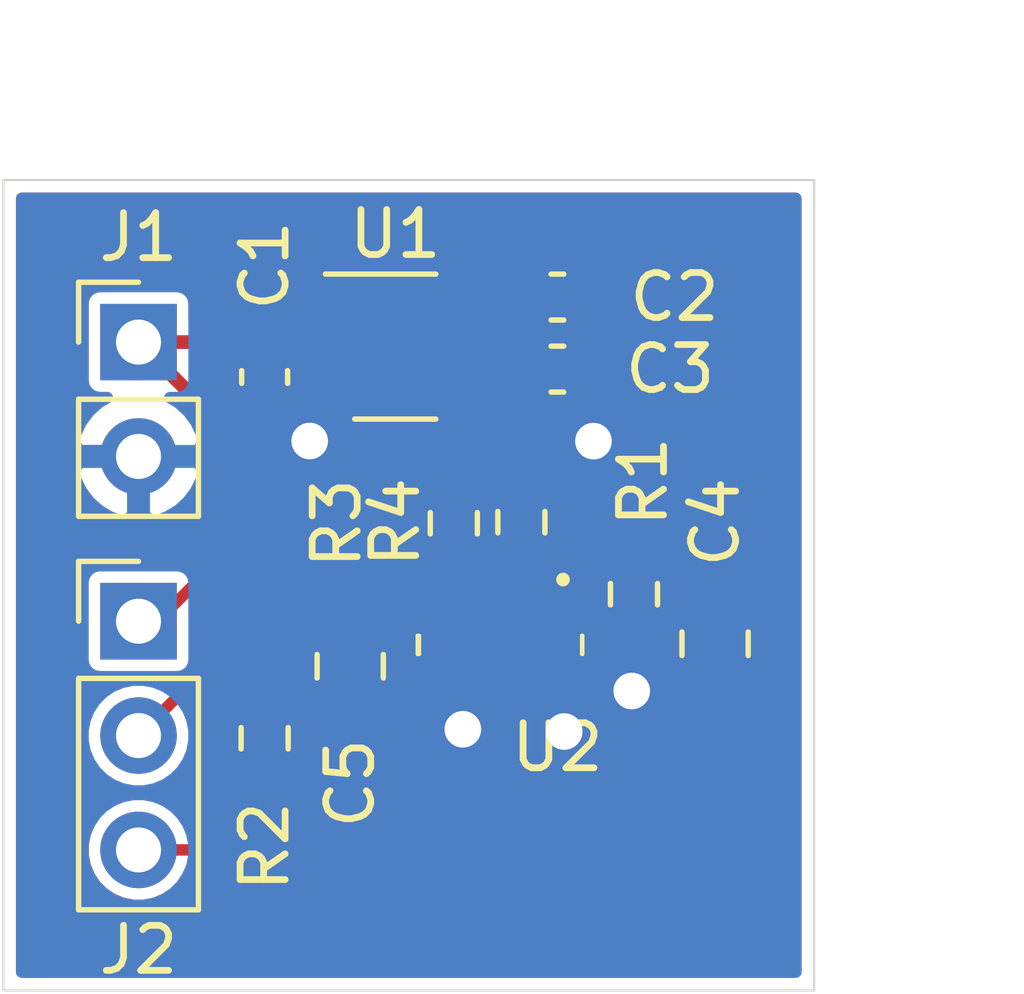
<source format=kicad_pcb>
(kicad_pcb (version 20171130) (host pcbnew 5.1.10)

  (general
    (thickness 1.6)
    (drawings 6)
    (tracks 79)
    (zones 0)
    (modules 13)
    (nets 10)
  )

  (page A4)
  (layers
    (0 F.Cu signal)
    (31 B.Cu signal)
    (32 B.Adhes user)
    (33 F.Adhes user)
    (34 B.Paste user)
    (35 F.Paste user)
    (36 B.SilkS user)
    (37 F.SilkS user)
    (38 B.Mask user)
    (39 F.Mask user)
    (40 Dwgs.User user)
    (41 Cmts.User user)
    (42 Eco1.User user)
    (43 Eco2.User user)
    (44 Edge.Cuts user)
    (45 Margin user)
    (46 B.CrtYd user)
    (47 F.CrtYd user)
    (48 B.Fab user)
    (49 F.Fab user)
  )

  (setup
    (last_trace_width 0.254)
    (user_trace_width 0.254)
    (user_trace_width 0.3048)
    (user_trace_width 0.508)
    (trace_clearance 0.254)
    (zone_clearance 0.254)
    (zone_45_only yes)
    (trace_min 0.2)
    (via_size 1.143)
    (via_drill 0.8128)
    (via_min_size 0.4)
    (via_min_drill 0.3)
    (uvia_size 0.3)
    (uvia_drill 0.1)
    (uvias_allowed no)
    (uvia_min_size 0.2)
    (uvia_min_drill 0.1)
    (edge_width 0.05)
    (segment_width 0.2)
    (pcb_text_width 0.3)
    (pcb_text_size 1.5 1.5)
    (mod_edge_width 0.12)
    (mod_text_size 1 1)
    (mod_text_width 0.15)
    (pad_size 1.524 1.524)
    (pad_drill 0.762)
    (pad_to_mask_clearance 0)
    (aux_axis_origin 0 0)
    (visible_elements FFFFF77F)
    (pcbplotparams
      (layerselection 0x010fc_ffffffff)
      (usegerberextensions false)
      (usegerberattributes true)
      (usegerberadvancedattributes true)
      (creategerberjobfile true)
      (excludeedgelayer true)
      (linewidth 0.100000)
      (plotframeref false)
      (viasonmask false)
      (mode 1)
      (useauxorigin false)
      (hpglpennumber 1)
      (hpglpenspeed 20)
      (hpglpendiameter 15.000000)
      (psnegative false)
      (psa4output false)
      (plotreference true)
      (plotvalue true)
      (plotinvisibletext false)
      (padsonsilk false)
      (subtractmaskfromsilk false)
      (outputformat 1)
      (mirror false)
      (drillshape 1)
      (scaleselection 1)
      (outputdirectory ""))
  )

  (net 0 "")
  (net 1 GND)
  (net 2 +3V3)
  (net 3 +1V8)
  (net 4 "Net-(C3-Pad1)")
  (net 5 "Net-(J2-Pad3)")
  (net 6 "Net-(J2-Pad2)")
  (net 7 "Net-(J2-Pad1)")
  (net 8 "Net-(R1-Pad2)")
  (net 9 "Net-(U2-Pad5)")

  (net_class Default "This is the default net class."
    (clearance 0.254)
    (trace_width 0.254)
    (via_dia 1.143)
    (via_drill 0.8128)
    (uvia_dia 0.3)
    (uvia_drill 0.1)
    (add_net +1V8)
    (add_net +3V3)
    (add_net GND)
    (add_net "Net-(C3-Pad1)")
    (add_net "Net-(J2-Pad1)")
    (add_net "Net-(J2-Pad2)")
    (add_net "Net-(J2-Pad3)")
    (add_net "Net-(R1-Pad2)")
    (add_net "Net-(U2-Pad5)")
  )

  (net_class Power ""
    (clearance 0.3048)
    (trace_width 0.3048)
    (via_dia 0.8)
    (via_drill 0.4)
    (uvia_dia 0.3)
    (uvia_drill 0.1)
  )

  (module lib:TMD37253M (layer F.Cu) (tedit 613E68E5) (tstamp 613EC3E9)
    (at 164.025 92.325 270)
    (descr TMD37253M-2)
    (tags "Integrated Circuit")
    (path /613ECFB2)
    (clearance 0.25)
    (attr smd)
    (fp_text reference U2 (at 2.275 -1.275 180) (layer F.SilkS)
      (effects (font (size 1 1) (thickness 0.15)))
    )
    (fp_text value TMD37253M (at -0.25 0 90) (layer F.SilkS) hide
      (effects (font (size 1.27 1.27) (thickness 0.254)))
    )
    (fp_arc (start -1.45 -1.4) (end -1.5 -1.4) (angle -180) (layer F.SilkS) (width 0.2))
    (fp_arc (start -1.45 -1.4) (end -1.4 -1.4) (angle -180) (layer F.SilkS) (width 0.2))
    (fp_arc (start -1.45 -1.4) (end -1.5 -1.4) (angle -180) (layer F.SilkS) (width 0.2))
    (fp_text user %R (at -0.25 0 90) (layer F.Fab)
      (effects (font (size 1.27 1.27) (thickness 0.254)))
    )
    (fp_line (start -1 1.825) (end 1 1.825) (layer F.Fab) (width 0.2))
    (fp_line (start 1 1.825) (end 1 -1.825) (layer F.Fab) (width 0.2))
    (fp_line (start 1 -1.825) (end -1 -1.825) (layer F.Fab) (width 0.2))
    (fp_line (start -1 -1.825) (end -1 1.825) (layer F.Fab) (width 0.2))
    (fp_line (start -0.2 -1.825) (end 0.2 -1.825) (layer F.SilkS) (width 0.1))
    (fp_line (start 0.2 -1.825) (end 0.2 -1.825) (layer F.SilkS) (width 0.1))
    (fp_line (start 0.2 -1.825) (end -0.2 -1.825) (layer F.SilkS) (width 0.1))
    (fp_line (start -0.2 -1.825) (end -0.2 -1.825) (layer F.SilkS) (width 0.1))
    (fp_line (start -0.2 1.825) (end 0.2 1.825) (layer F.SilkS) (width 0.1))
    (fp_line (start 0.2 1.825) (end 0.2 1.8) (layer F.SilkS) (width 0.1))
    (fp_line (start 0.2 1.8) (end -0.2 1.8) (layer F.SilkS) (width 0.1))
    (fp_line (start -0.2 1.8) (end -0.2 1.825) (layer F.SilkS) (width 0.1))
    (fp_line (start -1.2 -2.1) (end 1.3 -2.1) (layer F.CrtYd) (width 0.1))
    (fp_line (start 1.3 -2.1) (end 1.3 2.1) (layer F.CrtYd) (width 0.1))
    (fp_line (start 1.3 2.1) (end -1.2 2.1) (layer F.CrtYd) (width 0.1))
    (fp_line (start -1.2 2.1) (end -1.2 -2.1) (layer F.CrtYd) (width 0.1))
    (fp_line (start -1.5 -1.4) (end -1.5 -1.4) (layer F.SilkS) (width 0.2))
    (fp_line (start -1.4 -1.4) (end -1.4 -1.4) (layer F.SilkS) (width 0.2))
    (fp_line (start -1.5 -1.4) (end -1.5 -1.4) (layer F.SilkS) (width 0.2))
    (pad 8 smd rect (at 0.675 -1.425 270) (size 0.5 0.65) (layers F.Cu F.Paste F.Mask)
      (net 1 GND))
    (pad 7 smd rect (at 0.675 -0.475 270) (size 0.5 0.65) (layers F.Cu F.Paste F.Mask)
      (net 5 "Net-(J2-Pad3)"))
    (pad 6 smd rect (at 0.675 0.475 270) (size 0.5 0.65) (layers F.Cu F.Paste F.Mask)
      (net 1 GND))
    (pad 5 smd rect (at 0.675 1.425 270) (size 0.5 0.65) (layers F.Cu F.Paste F.Mask)
      (net 9 "Net-(U2-Pad5)"))
    (pad 4 smd rect (at -0.675 1.425 270) (size 0.5 0.65) (layers F.Cu F.Paste F.Mask)
      (net 2 +3V3))
    (pad 3 smd rect (at -0.675 0.475 270) (size 0.5 0.65) (layers F.Cu F.Paste F.Mask)
      (net 6 "Net-(J2-Pad2)"))
    (pad 2 smd rect (at -0.675 -0.475 270) (size 0.5 0.65) (layers F.Cu F.Paste F.Mask)
      (net 7 "Net-(J2-Pad1)"))
    (pad 1 smd rect (at -0.675 -1.425 270) (size 0.5 0.65) (layers F.Cu F.Paste F.Mask)
      (net 8 "Net-(R1-Pad2)"))
    (model TMD37253M.stp
      (at (xyz 0 0 0))
      (scale (xyz 1 1 1))
      (rotate (xyz 0 0 0))
    )
  )

  (module Package_TO_SOT_SMD:SOT-23-5 (layer F.Cu) (tedit 5A02FF57) (tstamp 613EC46F)
    (at 161.7 85.7)
    (descr "5-pin SOT23 package")
    (tags SOT-23-5)
    (path /613EC64D)
    (attr smd)
    (fp_text reference U1 (at 0 -2.5) (layer F.SilkS)
      (effects (font (size 1 1) (thickness 0.15)))
    )
    (fp_text value LDK120M18R (at 0 2.9) (layer F.Fab)
      (effects (font (size 1 1) (thickness 0.15)))
    )
    (fp_text user %R (at 0 0 90) (layer F.Fab)
      (effects (font (size 0.5 0.5) (thickness 0.075)))
    )
    (fp_line (start -0.9 1.61) (end 0.9 1.61) (layer F.SilkS) (width 0.12))
    (fp_line (start 0.9 -1.61) (end -1.55 -1.61) (layer F.SilkS) (width 0.12))
    (fp_line (start -1.9 -1.8) (end 1.9 -1.8) (layer F.CrtYd) (width 0.05))
    (fp_line (start 1.9 -1.8) (end 1.9 1.8) (layer F.CrtYd) (width 0.05))
    (fp_line (start 1.9 1.8) (end -1.9 1.8) (layer F.CrtYd) (width 0.05))
    (fp_line (start -1.9 1.8) (end -1.9 -1.8) (layer F.CrtYd) (width 0.05))
    (fp_line (start -0.9 -0.9) (end -0.25 -1.55) (layer F.Fab) (width 0.1))
    (fp_line (start 0.9 -1.55) (end -0.25 -1.55) (layer F.Fab) (width 0.1))
    (fp_line (start -0.9 -0.9) (end -0.9 1.55) (layer F.Fab) (width 0.1))
    (fp_line (start 0.9 1.55) (end -0.9 1.55) (layer F.Fab) (width 0.1))
    (fp_line (start 0.9 -1.55) (end 0.9 1.55) (layer F.Fab) (width 0.1))
    (pad 5 smd rect (at 1.1 -0.95) (size 1.06 0.65) (layers F.Cu F.Paste F.Mask)
      (net 3 +1V8))
    (pad 4 smd rect (at 1.1 0.95) (size 1.06 0.65) (layers F.Cu F.Paste F.Mask)
      (net 4 "Net-(C3-Pad1)"))
    (pad 3 smd rect (at -1.1 0.95) (size 1.06 0.65) (layers F.Cu F.Paste F.Mask)
      (net 2 +3V3))
    (pad 2 smd rect (at -1.1 0) (size 1.06 0.65) (layers F.Cu F.Paste F.Mask)
      (net 1 GND))
    (pad 1 smd rect (at -1.1 -0.95) (size 1.06 0.65) (layers F.Cu F.Paste F.Mask)
      (net 2 +3V3))
    (model ${KISYS3DMOD}/Package_TO_SOT_SMD.3dshapes/SOT-23-5.wrl
      (at (xyz 0 0 0))
      (scale (xyz 1 1 1))
      (rotate (xyz 0 0 0))
    )
  )

  (module Resistor_SMD:R_0603_1608Metric (layer F.Cu) (tedit 5F68FEEE) (tstamp 613EC45A)
    (at 164.5 89.6 270)
    (descr "Resistor SMD 0603 (1608 Metric), square (rectangular) end terminal, IPC_7351 nominal, (Body size source: IPC-SM-782 page 72, https://www.pcb-3d.com/wordpress/wp-content/uploads/ipc-sm-782a_amendment_1_and_2.pdf), generated with kicad-footprint-generator")
    (tags resistor)
    (path /6140498B)
    (attr smd)
    (fp_text reference R4 (at 0 2.8 90) (layer F.SilkS)
      (effects (font (size 1 1) (thickness 0.15)))
    )
    (fp_text value 4.7u (at 0 1.43 90) (layer F.Fab)
      (effects (font (size 1 1) (thickness 0.15)))
    )
    (fp_text user %R (at 0 0 90) (layer F.Fab)
      (effects (font (size 0.4 0.4) (thickness 0.06)))
    )
    (fp_line (start -0.8 0.4125) (end -0.8 -0.4125) (layer F.Fab) (width 0.1))
    (fp_line (start -0.8 -0.4125) (end 0.8 -0.4125) (layer F.Fab) (width 0.1))
    (fp_line (start 0.8 -0.4125) (end 0.8 0.4125) (layer F.Fab) (width 0.1))
    (fp_line (start 0.8 0.4125) (end -0.8 0.4125) (layer F.Fab) (width 0.1))
    (fp_line (start -0.237258 -0.5225) (end 0.237258 -0.5225) (layer F.SilkS) (width 0.12))
    (fp_line (start -0.237258 0.5225) (end 0.237258 0.5225) (layer F.SilkS) (width 0.12))
    (fp_line (start -1.48 0.73) (end -1.48 -0.73) (layer F.CrtYd) (width 0.05))
    (fp_line (start -1.48 -0.73) (end 1.48 -0.73) (layer F.CrtYd) (width 0.05))
    (fp_line (start 1.48 -0.73) (end 1.48 0.73) (layer F.CrtYd) (width 0.05))
    (fp_line (start 1.48 0.73) (end -1.48 0.73) (layer F.CrtYd) (width 0.05))
    (pad 2 smd roundrect (at 0.825 0 270) (size 0.8 0.95) (layers F.Cu F.Paste F.Mask) (roundrect_rratio 0.25)
      (net 7 "Net-(J2-Pad1)"))
    (pad 1 smd roundrect (at -0.825 0 270) (size 0.8 0.95) (layers F.Cu F.Paste F.Mask) (roundrect_rratio 0.25)
      (net 2 +3V3))
    (model ${KISYS3DMOD}/Resistor_SMD.3dshapes/R_0603_1608Metric.wrl
      (at (xyz 0 0 0))
      (scale (xyz 1 1 1))
      (rotate (xyz 0 0 0))
    )
  )

  (module Resistor_SMD:R_0603_1608Metric (layer F.Cu) (tedit 5F68FEEE) (tstamp 613EC449)
    (at 163 89.625 270)
    (descr "Resistor SMD 0603 (1608 Metric), square (rectangular) end terminal, IPC_7351 nominal, (Body size source: IPC-SM-782 page 72, https://www.pcb-3d.com/wordpress/wp-content/uploads/ipc-sm-782a_amendment_1_and_2.pdf), generated with kicad-footprint-generator")
    (tags resistor)
    (path /614054F0)
    (attr smd)
    (fp_text reference R3 (at 0 2.6 90) (layer F.SilkS)
      (effects (font (size 1 1) (thickness 0.15)))
    )
    (fp_text value 4.7u (at 0 1.43 90) (layer F.Fab)
      (effects (font (size 1 1) (thickness 0.15)))
    )
    (fp_text user %R (at 0 0 90) (layer F.Fab)
      (effects (font (size 0.4 0.4) (thickness 0.06)))
    )
    (fp_line (start -0.8 0.4125) (end -0.8 -0.4125) (layer F.Fab) (width 0.1))
    (fp_line (start -0.8 -0.4125) (end 0.8 -0.4125) (layer F.Fab) (width 0.1))
    (fp_line (start 0.8 -0.4125) (end 0.8 0.4125) (layer F.Fab) (width 0.1))
    (fp_line (start 0.8 0.4125) (end -0.8 0.4125) (layer F.Fab) (width 0.1))
    (fp_line (start -0.237258 -0.5225) (end 0.237258 -0.5225) (layer F.SilkS) (width 0.12))
    (fp_line (start -0.237258 0.5225) (end 0.237258 0.5225) (layer F.SilkS) (width 0.12))
    (fp_line (start -1.48 0.73) (end -1.48 -0.73) (layer F.CrtYd) (width 0.05))
    (fp_line (start -1.48 -0.73) (end 1.48 -0.73) (layer F.CrtYd) (width 0.05))
    (fp_line (start 1.48 -0.73) (end 1.48 0.73) (layer F.CrtYd) (width 0.05))
    (fp_line (start 1.48 0.73) (end -1.48 0.73) (layer F.CrtYd) (width 0.05))
    (pad 2 smd roundrect (at 0.825 0 270) (size 0.8 0.95) (layers F.Cu F.Paste F.Mask) (roundrect_rratio 0.25)
      (net 6 "Net-(J2-Pad2)"))
    (pad 1 smd roundrect (at -0.825 0 270) (size 0.8 0.95) (layers F.Cu F.Paste F.Mask) (roundrect_rratio 0.25)
      (net 2 +3V3))
    (model ${KISYS3DMOD}/Resistor_SMD.3dshapes/R_0603_1608Metric.wrl
      (at (xyz 0 0 0))
      (scale (xyz 1 1 1))
      (rotate (xyz 0 0 0))
    )
  )

  (module Resistor_SMD:R_0603_1608Metric (layer F.Cu) (tedit 5F68FEEE) (tstamp 613EC438)
    (at 158.8 94.4 270)
    (descr "Resistor SMD 0603 (1608 Metric), square (rectangular) end terminal, IPC_7351 nominal, (Body size source: IPC-SM-782 page 72, https://www.pcb-3d.com/wordpress/wp-content/uploads/ipc-sm-782a_amendment_1_and_2.pdf), generated with kicad-footprint-generator")
    (tags resistor)
    (path /614058CD)
    (attr smd)
    (fp_text reference R2 (at 2.4 0 90) (layer F.SilkS)
      (effects (font (size 1 1) (thickness 0.15)))
    )
    (fp_text value 4.7u (at 0 1.43 90) (layer F.Fab)
      (effects (font (size 1 1) (thickness 0.15)))
    )
    (fp_text user %R (at 0 0 90) (layer F.Fab)
      (effects (font (size 0.4 0.4) (thickness 0.06)))
    )
    (fp_line (start -0.8 0.4125) (end -0.8 -0.4125) (layer F.Fab) (width 0.1))
    (fp_line (start -0.8 -0.4125) (end 0.8 -0.4125) (layer F.Fab) (width 0.1))
    (fp_line (start 0.8 -0.4125) (end 0.8 0.4125) (layer F.Fab) (width 0.1))
    (fp_line (start 0.8 0.4125) (end -0.8 0.4125) (layer F.Fab) (width 0.1))
    (fp_line (start -0.237258 -0.5225) (end 0.237258 -0.5225) (layer F.SilkS) (width 0.12))
    (fp_line (start -0.237258 0.5225) (end 0.237258 0.5225) (layer F.SilkS) (width 0.12))
    (fp_line (start -1.48 0.73) (end -1.48 -0.73) (layer F.CrtYd) (width 0.05))
    (fp_line (start -1.48 -0.73) (end 1.48 -0.73) (layer F.CrtYd) (width 0.05))
    (fp_line (start 1.48 -0.73) (end 1.48 0.73) (layer F.CrtYd) (width 0.05))
    (fp_line (start 1.48 0.73) (end -1.48 0.73) (layer F.CrtYd) (width 0.05))
    (pad 2 smd roundrect (at 0.825 0 270) (size 0.8 0.95) (layers F.Cu F.Paste F.Mask) (roundrect_rratio 0.25)
      (net 5 "Net-(J2-Pad3)"))
    (pad 1 smd roundrect (at -0.825 0 270) (size 0.8 0.95) (layers F.Cu F.Paste F.Mask) (roundrect_rratio 0.25)
      (net 2 +3V3))
    (model ${KISYS3DMOD}/Resistor_SMD.3dshapes/R_0603_1608Metric.wrl
      (at (xyz 0 0 0))
      (scale (xyz 1 1 1))
      (rotate (xyz 0 0 0))
    )
  )

  (module Resistor_SMD:R_0603_1608Metric (layer F.Cu) (tedit 5F68FEEE) (tstamp 613EC427)
    (at 167 91.2 270)
    (descr "Resistor SMD 0603 (1608 Metric), square (rectangular) end terminal, IPC_7351 nominal, (Body size source: IPC-SM-782 page 72, https://www.pcb-3d.com/wordpress/wp-content/uploads/ipc-sm-782a_amendment_1_and_2.pdf), generated with kicad-footprint-generator")
    (tags resistor)
    (path /614024A2)
    (attr smd)
    (fp_text reference R1 (at -2.5 -0.2 90) (layer F.SilkS)
      (effects (font (size 1 1) (thickness 0.15)))
    )
    (fp_text value 4.7u (at 0 1.43 90) (layer F.Fab)
      (effects (font (size 1 1) (thickness 0.15)))
    )
    (fp_text user %R (at 0 0 90) (layer F.Fab)
      (effects (font (size 0.4 0.4) (thickness 0.06)))
    )
    (fp_line (start -0.8 0.4125) (end -0.8 -0.4125) (layer F.Fab) (width 0.1))
    (fp_line (start -0.8 -0.4125) (end 0.8 -0.4125) (layer F.Fab) (width 0.1))
    (fp_line (start 0.8 -0.4125) (end 0.8 0.4125) (layer F.Fab) (width 0.1))
    (fp_line (start 0.8 0.4125) (end -0.8 0.4125) (layer F.Fab) (width 0.1))
    (fp_line (start -0.237258 -0.5225) (end 0.237258 -0.5225) (layer F.SilkS) (width 0.12))
    (fp_line (start -0.237258 0.5225) (end 0.237258 0.5225) (layer F.SilkS) (width 0.12))
    (fp_line (start -1.48 0.73) (end -1.48 -0.73) (layer F.CrtYd) (width 0.05))
    (fp_line (start -1.48 -0.73) (end 1.48 -0.73) (layer F.CrtYd) (width 0.05))
    (fp_line (start 1.48 -0.73) (end 1.48 0.73) (layer F.CrtYd) (width 0.05))
    (fp_line (start 1.48 0.73) (end -1.48 0.73) (layer F.CrtYd) (width 0.05))
    (pad 2 smd roundrect (at 0.825 0 270) (size 0.8 0.95) (layers F.Cu F.Paste F.Mask) (roundrect_rratio 0.25)
      (net 8 "Net-(R1-Pad2)"))
    (pad 1 smd roundrect (at -0.825 0 270) (size 0.8 0.95) (layers F.Cu F.Paste F.Mask) (roundrect_rratio 0.25)
      (net 3 +1V8))
    (model ${KISYS3DMOD}/Resistor_SMD.3dshapes/R_0603_1608Metric.wrl
      (at (xyz 0 0 0))
      (scale (xyz 1 1 1))
      (rotate (xyz 0 0 0))
    )
  )

  (module Connector_PinHeader_2.54mm:PinHeader_1x03_P2.54mm_Vertical (layer F.Cu) (tedit 59FED5CC) (tstamp 613EC416)
    (at 156 91.8)
    (descr "Through hole straight pin header, 1x03, 2.54mm pitch, single row")
    (tags "Through hole pin header THT 1x03 2.54mm single row")
    (path /61408CDF)
    (fp_text reference J2 (at 0 7.3) (layer F.SilkS)
      (effects (font (size 1 1) (thickness 0.15)))
    )
    (fp_text value I2C (at 0 7.41) (layer F.Fab)
      (effects (font (size 1 1) (thickness 0.15)))
    )
    (fp_text user %R (at 0 2.54 90) (layer F.Fab)
      (effects (font (size 1 1) (thickness 0.15)))
    )
    (fp_line (start -0.635 -1.27) (end 1.27 -1.27) (layer F.Fab) (width 0.1))
    (fp_line (start 1.27 -1.27) (end 1.27 6.35) (layer F.Fab) (width 0.1))
    (fp_line (start 1.27 6.35) (end -1.27 6.35) (layer F.Fab) (width 0.1))
    (fp_line (start -1.27 6.35) (end -1.27 -0.635) (layer F.Fab) (width 0.1))
    (fp_line (start -1.27 -0.635) (end -0.635 -1.27) (layer F.Fab) (width 0.1))
    (fp_line (start -1.33 6.41) (end 1.33 6.41) (layer F.SilkS) (width 0.12))
    (fp_line (start -1.33 1.27) (end -1.33 6.41) (layer F.SilkS) (width 0.12))
    (fp_line (start 1.33 1.27) (end 1.33 6.41) (layer F.SilkS) (width 0.12))
    (fp_line (start -1.33 1.27) (end 1.33 1.27) (layer F.SilkS) (width 0.12))
    (fp_line (start -1.33 0) (end -1.33 -1.33) (layer F.SilkS) (width 0.12))
    (fp_line (start -1.33 -1.33) (end 0 -1.33) (layer F.SilkS) (width 0.12))
    (fp_line (start -1.8 -1.8) (end -1.8 6.85) (layer F.CrtYd) (width 0.05))
    (fp_line (start -1.8 6.85) (end 1.8 6.85) (layer F.CrtYd) (width 0.05))
    (fp_line (start 1.8 6.85) (end 1.8 -1.8) (layer F.CrtYd) (width 0.05))
    (fp_line (start 1.8 -1.8) (end -1.8 -1.8) (layer F.CrtYd) (width 0.05))
    (pad 3 thru_hole oval (at 0 5.08) (size 1.7 1.7) (drill 1) (layers *.Cu *.Mask)
      (net 5 "Net-(J2-Pad3)"))
    (pad 2 thru_hole oval (at 0 2.54) (size 1.7 1.7) (drill 1) (layers *.Cu *.Mask)
      (net 6 "Net-(J2-Pad2)"))
    (pad 1 thru_hole rect (at 0 0) (size 1.7 1.7) (drill 1) (layers *.Cu *.Mask)
      (net 7 "Net-(J2-Pad1)"))
    (model ${KISYS3DMOD}/Connector_PinHeader_2.54mm.3dshapes/PinHeader_1x03_P2.54mm_Vertical.wrl
      (at (xyz 0 0 0))
      (scale (xyz 1 1 1))
      (rotate (xyz 0 0 0))
    )
  )

  (module Connector_PinHeader_2.54mm:PinHeader_1x02_P2.54mm_Vertical (layer F.Cu) (tedit 59FED5CC) (tstamp 613EC3FF)
    (at 156 85.6)
    (descr "Through hole straight pin header, 1x02, 2.54mm pitch, single row")
    (tags "Through hole pin header THT 1x02 2.54mm single row")
    (path /6140F5B5)
    (fp_text reference J1 (at 0 -2.33) (layer F.SilkS)
      (effects (font (size 1 1) (thickness 0.15)))
    )
    (fp_text value PWR (at 0 4.87) (layer F.Fab)
      (effects (font (size 1 1) (thickness 0.15)))
    )
    (fp_text user %R (at 0 1.27 90) (layer F.Fab)
      (effects (font (size 1 1) (thickness 0.15)))
    )
    (fp_line (start -0.635 -1.27) (end 1.27 -1.27) (layer F.Fab) (width 0.1))
    (fp_line (start 1.27 -1.27) (end 1.27 3.81) (layer F.Fab) (width 0.1))
    (fp_line (start 1.27 3.81) (end -1.27 3.81) (layer F.Fab) (width 0.1))
    (fp_line (start -1.27 3.81) (end -1.27 -0.635) (layer F.Fab) (width 0.1))
    (fp_line (start -1.27 -0.635) (end -0.635 -1.27) (layer F.Fab) (width 0.1))
    (fp_line (start -1.33 3.87) (end 1.33 3.87) (layer F.SilkS) (width 0.12))
    (fp_line (start -1.33 1.27) (end -1.33 3.87) (layer F.SilkS) (width 0.12))
    (fp_line (start 1.33 1.27) (end 1.33 3.87) (layer F.SilkS) (width 0.12))
    (fp_line (start -1.33 1.27) (end 1.33 1.27) (layer F.SilkS) (width 0.12))
    (fp_line (start -1.33 0) (end -1.33 -1.33) (layer F.SilkS) (width 0.12))
    (fp_line (start -1.33 -1.33) (end 0 -1.33) (layer F.SilkS) (width 0.12))
    (fp_line (start -1.8 -1.8) (end -1.8 4.35) (layer F.CrtYd) (width 0.05))
    (fp_line (start -1.8 4.35) (end 1.8 4.35) (layer F.CrtYd) (width 0.05))
    (fp_line (start 1.8 4.35) (end 1.8 -1.8) (layer F.CrtYd) (width 0.05))
    (fp_line (start 1.8 -1.8) (end -1.8 -1.8) (layer F.CrtYd) (width 0.05))
    (pad 2 thru_hole oval (at 0 2.54) (size 1.7 1.7) (drill 1) (layers *.Cu *.Mask)
      (net 1 GND))
    (pad 1 thru_hole rect (at 0 0) (size 1.7 1.7) (drill 1) (layers *.Cu *.Mask)
      (net 2 +3V3))
    (model ${KISYS3DMOD}/Connector_PinHeader_2.54mm.3dshapes/PinHeader_1x02_P2.54mm_Vertical.wrl
      (at (xyz 0 0 0))
      (scale (xyz 1 1 1))
      (rotate (xyz 0 0 0))
    )
  )

  (module Capacitor_SMD:C_0805_2012Metric (layer F.Cu) (tedit 5F68FEEE) (tstamp 613EC3C6)
    (at 160.7 92.8 270)
    (descr "Capacitor SMD 0805 (2012 Metric), square (rectangular) end terminal, IPC_7351 nominal, (Body size source: IPC-SM-782 page 76, https://www.pcb-3d.com/wordpress/wp-content/uploads/ipc-sm-782a_amendment_1_and_2.pdf, https://docs.google.com/spreadsheets/d/1BsfQQcO9C6DZCsRaXUlFlo91Tg2WpOkGARC1WS5S8t0/edit?usp=sharing), generated with kicad-footprint-generator")
    (tags capacitor)
    (path /61401C04)
    (attr smd)
    (fp_text reference C5 (at 2.6 0 90) (layer F.SilkS)
      (effects (font (size 1 1) (thickness 0.15)))
    )
    (fp_text value 10u (at 0 1.68 90) (layer F.Fab)
      (effects (font (size 1 1) (thickness 0.15)))
    )
    (fp_text user %R (at 0 0 90) (layer F.Fab)
      (effects (font (size 0.5 0.5) (thickness 0.08)))
    )
    (fp_line (start -1 0.625) (end -1 -0.625) (layer F.Fab) (width 0.1))
    (fp_line (start -1 -0.625) (end 1 -0.625) (layer F.Fab) (width 0.1))
    (fp_line (start 1 -0.625) (end 1 0.625) (layer F.Fab) (width 0.1))
    (fp_line (start 1 0.625) (end -1 0.625) (layer F.Fab) (width 0.1))
    (fp_line (start -0.261252 -0.735) (end 0.261252 -0.735) (layer F.SilkS) (width 0.12))
    (fp_line (start -0.261252 0.735) (end 0.261252 0.735) (layer F.SilkS) (width 0.12))
    (fp_line (start -1.7 0.98) (end -1.7 -0.98) (layer F.CrtYd) (width 0.05))
    (fp_line (start -1.7 -0.98) (end 1.7 -0.98) (layer F.CrtYd) (width 0.05))
    (fp_line (start 1.7 -0.98) (end 1.7 0.98) (layer F.CrtYd) (width 0.05))
    (fp_line (start 1.7 0.98) (end -1.7 0.98) (layer F.CrtYd) (width 0.05))
    (pad 2 smd roundrect (at 0.95 0 270) (size 1 1.45) (layers F.Cu F.Paste F.Mask) (roundrect_rratio 0.25)
      (net 1 GND))
    (pad 1 smd roundrect (at -0.95 0 270) (size 1 1.45) (layers F.Cu F.Paste F.Mask) (roundrect_rratio 0.25)
      (net 2 +3V3))
    (model ${KISYS3DMOD}/Capacitor_SMD.3dshapes/C_0805_2012Metric.wrl
      (at (xyz 0 0 0))
      (scale (xyz 1 1 1))
      (rotate (xyz 0 0 0))
    )
  )

  (module Capacitor_SMD:C_0805_2012Metric (layer F.Cu) (tedit 5F68FEEE) (tstamp 613EC3B5)
    (at 168.8 92.3 270)
    (descr "Capacitor SMD 0805 (2012 Metric), square (rectangular) end terminal, IPC_7351 nominal, (Body size source: IPC-SM-782 page 76, https://www.pcb-3d.com/wordpress/wp-content/uploads/ipc-sm-782a_amendment_1_and_2.pdf, https://docs.google.com/spreadsheets/d/1BsfQQcO9C6DZCsRaXUlFlo91Tg2WpOkGARC1WS5S8t0/edit?usp=sharing), generated with kicad-footprint-generator")
    (tags capacitor)
    (path /613F2E06)
    (attr smd)
    (fp_text reference C4 (at -2.7 0 90) (layer F.SilkS)
      (effects (font (size 1 1) (thickness 0.15)))
    )
    (fp_text value 4.7u (at 0 1.68 90) (layer F.Fab)
      (effects (font (size 1 1) (thickness 0.15)))
    )
    (fp_text user %R (at 0 0 90) (layer F.Fab)
      (effects (font (size 0.5 0.5) (thickness 0.08)))
    )
    (fp_line (start -1 0.625) (end -1 -0.625) (layer F.Fab) (width 0.1))
    (fp_line (start -1 -0.625) (end 1 -0.625) (layer F.Fab) (width 0.1))
    (fp_line (start 1 -0.625) (end 1 0.625) (layer F.Fab) (width 0.1))
    (fp_line (start 1 0.625) (end -1 0.625) (layer F.Fab) (width 0.1))
    (fp_line (start -0.261252 -0.735) (end 0.261252 -0.735) (layer F.SilkS) (width 0.12))
    (fp_line (start -0.261252 0.735) (end 0.261252 0.735) (layer F.SilkS) (width 0.12))
    (fp_line (start -1.7 0.98) (end -1.7 -0.98) (layer F.CrtYd) (width 0.05))
    (fp_line (start -1.7 -0.98) (end 1.7 -0.98) (layer F.CrtYd) (width 0.05))
    (fp_line (start 1.7 -0.98) (end 1.7 0.98) (layer F.CrtYd) (width 0.05))
    (fp_line (start 1.7 0.98) (end -1.7 0.98) (layer F.CrtYd) (width 0.05))
    (pad 2 smd roundrect (at 0.95 0 270) (size 1 1.45) (layers F.Cu F.Paste F.Mask) (roundrect_rratio 0.25)
      (net 1 GND))
    (pad 1 smd roundrect (at -0.95 0 270) (size 1 1.45) (layers F.Cu F.Paste F.Mask) (roundrect_rratio 0.25)
      (net 3 +1V8))
    (model ${KISYS3DMOD}/Capacitor_SMD.3dshapes/C_0805_2012Metric.wrl
      (at (xyz 0 0 0))
      (scale (xyz 1 1 1))
      (rotate (xyz 0 0 0))
    )
  )

  (module Capacitor_SMD:C_0603_1608Metric (layer F.Cu) (tedit 5F68FEEE) (tstamp 613EC3A4)
    (at 165.3 86.2)
    (descr "Capacitor SMD 0603 (1608 Metric), square (rectangular) end terminal, IPC_7351 nominal, (Body size source: IPC-SM-782 page 76, https://www.pcb-3d.com/wordpress/wp-content/uploads/ipc-sm-782a_amendment_1_and_2.pdf), generated with kicad-footprint-generator")
    (tags capacitor)
    (path /613F609D)
    (attr smd)
    (fp_text reference C3 (at 2.5 0) (layer F.SilkS)
      (effects (font (size 1 1) (thickness 0.15)))
    )
    (fp_text value 0.1u (at 0 1.43) (layer F.Fab)
      (effects (font (size 1 1) (thickness 0.15)))
    )
    (fp_text user %R (at 0 0) (layer F.Fab)
      (effects (font (size 0.4 0.4) (thickness 0.06)))
    )
    (fp_line (start -0.8 0.4) (end -0.8 -0.4) (layer F.Fab) (width 0.1))
    (fp_line (start -0.8 -0.4) (end 0.8 -0.4) (layer F.Fab) (width 0.1))
    (fp_line (start 0.8 -0.4) (end 0.8 0.4) (layer F.Fab) (width 0.1))
    (fp_line (start 0.8 0.4) (end -0.8 0.4) (layer F.Fab) (width 0.1))
    (fp_line (start -0.14058 -0.51) (end 0.14058 -0.51) (layer F.SilkS) (width 0.12))
    (fp_line (start -0.14058 0.51) (end 0.14058 0.51) (layer F.SilkS) (width 0.12))
    (fp_line (start -1.48 0.73) (end -1.48 -0.73) (layer F.CrtYd) (width 0.05))
    (fp_line (start -1.48 -0.73) (end 1.48 -0.73) (layer F.CrtYd) (width 0.05))
    (fp_line (start 1.48 -0.73) (end 1.48 0.73) (layer F.CrtYd) (width 0.05))
    (fp_line (start 1.48 0.73) (end -1.48 0.73) (layer F.CrtYd) (width 0.05))
    (pad 2 smd roundrect (at 0.775 0) (size 0.9 0.95) (layers F.Cu F.Paste F.Mask) (roundrect_rratio 0.25)
      (net 1 GND))
    (pad 1 smd roundrect (at -0.775 0) (size 0.9 0.95) (layers F.Cu F.Paste F.Mask) (roundrect_rratio 0.25)
      (net 4 "Net-(C3-Pad1)"))
    (model ${KISYS3DMOD}/Capacitor_SMD.3dshapes/C_0603_1608Metric.wrl
      (at (xyz 0 0 0))
      (scale (xyz 1 1 1))
      (rotate (xyz 0 0 0))
    )
  )

  (module Capacitor_SMD:C_0603_1608Metric (layer F.Cu) (tedit 5F68FEEE) (tstamp 613EC393)
    (at 165.3 84.6)
    (descr "Capacitor SMD 0603 (1608 Metric), square (rectangular) end terminal, IPC_7351 nominal, (Body size source: IPC-SM-782 page 76, https://www.pcb-3d.com/wordpress/wp-content/uploads/ipc-sm-782a_amendment_1_and_2.pdf), generated with kicad-footprint-generator")
    (tags capacitor)
    (path /613F8C9D)
    (clearance 0.25)
    (attr smd)
    (fp_text reference C2 (at 2.6 0) (layer F.SilkS)
      (effects (font (size 1 1) (thickness 0.15)))
    )
    (fp_text value 1u (at 0 1.43) (layer F.Fab)
      (effects (font (size 1 1) (thickness 0.15)))
    )
    (fp_text user %R (at 0 0) (layer F.Fab)
      (effects (font (size 0.4 0.4) (thickness 0.06)))
    )
    (fp_line (start -0.8 0.4) (end -0.8 -0.4) (layer F.Fab) (width 0.1))
    (fp_line (start -0.8 -0.4) (end 0.8 -0.4) (layer F.Fab) (width 0.1))
    (fp_line (start 0.8 -0.4) (end 0.8 0.4) (layer F.Fab) (width 0.1))
    (fp_line (start 0.8 0.4) (end -0.8 0.4) (layer F.Fab) (width 0.1))
    (fp_line (start -0.14058 -0.51) (end 0.14058 -0.51) (layer F.SilkS) (width 0.12))
    (fp_line (start -0.14058 0.51) (end 0.14058 0.51) (layer F.SilkS) (width 0.12))
    (fp_line (start -1.48 0.73) (end -1.48 -0.73) (layer F.CrtYd) (width 0.05))
    (fp_line (start -1.48 -0.73) (end 1.48 -0.73) (layer F.CrtYd) (width 0.05))
    (fp_line (start 1.48 -0.73) (end 1.48 0.73) (layer F.CrtYd) (width 0.05))
    (fp_line (start 1.48 0.73) (end -1.48 0.73) (layer F.CrtYd) (width 0.05))
    (pad 2 smd roundrect (at 0.775 0) (size 0.9 0.95) (layers F.Cu F.Paste F.Mask) (roundrect_rratio 0.25)
      (net 1 GND))
    (pad 1 smd roundrect (at -0.775 0) (size 0.9 0.95) (layers F.Cu F.Paste F.Mask) (roundrect_rratio 0.25)
      (net 3 +1V8))
    (model ${KISYS3DMOD}/Capacitor_SMD.3dshapes/C_0603_1608Metric.wrl
      (at (xyz 0 0 0))
      (scale (xyz 1 1 1))
      (rotate (xyz 0 0 0))
    )
  )

  (module Capacitor_SMD:C_0603_1608Metric (layer F.Cu) (tedit 5F68FEEE) (tstamp 613EC382)
    (at 158.8 86.375 270)
    (descr "Capacitor SMD 0603 (1608 Metric), square (rectangular) end terminal, IPC_7351 nominal, (Body size source: IPC-SM-782 page 76, https://www.pcb-3d.com/wordpress/wp-content/uploads/ipc-sm-782a_amendment_1_and_2.pdf), generated with kicad-footprint-generator")
    (tags capacitor)
    (path /613FC5B2)
    (attr smd)
    (fp_text reference C1 (at -2.475 0 90) (layer F.SilkS)
      (effects (font (size 1 1) (thickness 0.15)))
    )
    (fp_text value 1u (at 0 1.43 90) (layer F.Fab)
      (effects (font (size 1 1) (thickness 0.15)))
    )
    (fp_text user %R (at 0 0 90) (layer F.Fab)
      (effects (font (size 0.4 0.4) (thickness 0.06)))
    )
    (fp_line (start -0.8 0.4) (end -0.8 -0.4) (layer F.Fab) (width 0.1))
    (fp_line (start -0.8 -0.4) (end 0.8 -0.4) (layer F.Fab) (width 0.1))
    (fp_line (start 0.8 -0.4) (end 0.8 0.4) (layer F.Fab) (width 0.1))
    (fp_line (start 0.8 0.4) (end -0.8 0.4) (layer F.Fab) (width 0.1))
    (fp_line (start -0.14058 -0.51) (end 0.14058 -0.51) (layer F.SilkS) (width 0.12))
    (fp_line (start -0.14058 0.51) (end 0.14058 0.51) (layer F.SilkS) (width 0.12))
    (fp_line (start -1.48 0.73) (end -1.48 -0.73) (layer F.CrtYd) (width 0.05))
    (fp_line (start -1.48 -0.73) (end 1.48 -0.73) (layer F.CrtYd) (width 0.05))
    (fp_line (start 1.48 -0.73) (end 1.48 0.73) (layer F.CrtYd) (width 0.05))
    (fp_line (start 1.48 0.73) (end -1.48 0.73) (layer F.CrtYd) (width 0.05))
    (pad 2 smd roundrect (at 0.775 0 270) (size 0.9 0.95) (layers F.Cu F.Paste F.Mask) (roundrect_rratio 0.25)
      (net 1 GND))
    (pad 1 smd roundrect (at -0.775 0 270) (size 0.9 0.95) (layers F.Cu F.Paste F.Mask) (roundrect_rratio 0.25)
      (net 2 +3V3))
    (model ${KISYS3DMOD}/Capacitor_SMD.3dshapes/C_0603_1608Metric.wrl
      (at (xyz 0 0 0))
      (scale (xyz 1 1 1))
      (rotate (xyz 0 0 0))
    )
  )

  (dimension 18 (width 0.15) (layer Dwgs.User)
    (gr_text "18.000 mm" (at 162 78.7) (layer Dwgs.User)
      (effects (font (size 1 1) (thickness 0.15)))
    )
    (feature1 (pts (xy 171 82) (xy 171 79.413579)))
    (feature2 (pts (xy 153 82) (xy 153 79.413579)))
    (crossbar (pts (xy 153 80) (xy 171 80)))
    (arrow1a (pts (xy 171 80) (xy 169.873496 80.586421)))
    (arrow1b (pts (xy 171 80) (xy 169.873496 79.413579)))
    (arrow2a (pts (xy 153 80) (xy 154.126504 80.586421)))
    (arrow2b (pts (xy 153 80) (xy 154.126504 79.413579)))
  )
  (dimension 18 (width 0.15) (layer Dwgs.User)
    (gr_text "18.000 mm" (at 174.3 91 270) (layer Dwgs.User)
      (effects (font (size 1 1) (thickness 0.15)))
    )
    (feature1 (pts (xy 171 100) (xy 173.586421 100)))
    (feature2 (pts (xy 171 82) (xy 173.586421 82)))
    (crossbar (pts (xy 173 82) (xy 173 100)))
    (arrow1a (pts (xy 173 100) (xy 172.413579 98.873496)))
    (arrow1b (pts (xy 173 100) (xy 173.586421 98.873496)))
    (arrow2a (pts (xy 173 82) (xy 172.413579 83.126504)))
    (arrow2b (pts (xy 173 82) (xy 173.586421 83.126504)))
  )
  (gr_line (start 153 100) (end 153 82) (layer Edge.Cuts) (width 0.05) (tstamp 613ED7F7))
  (gr_line (start 171 100) (end 153 100) (layer Edge.Cuts) (width 0.05))
  (gr_line (start 171 82) (end 171 100) (layer Edge.Cuts) (width 0.05))
  (gr_line (start 153 82) (end 171 82) (layer Edge.Cuts) (width 0.05))

  (segment (start 159.056801 87.406801) (end 158.8 87.15) (width 0.254) (layer F.Cu) (net 1))
  (segment (start 161.561801 85.877801) (end 161.561801 87.320441) (width 0.254) (layer F.Cu) (net 1))
  (segment (start 161.561801 87.320441) (end 161.475441 87.406801) (width 0.254) (layer F.Cu) (net 1))
  (segment (start 161.384 85.7) (end 161.561801 85.877801) (width 0.254) (layer F.Cu) (net 1))
  (segment (start 160.6 85.7) (end 161.384 85.7) (width 0.254) (layer F.Cu) (net 1))
  (via (at 159.8 87.7971) (size 1.143) (drill 0.8128) (layers F.Cu B.Cu) (net 1))
  (via (at 166.1 87.8) (size 1.143) (drill 0.8128) (layers F.Cu B.Cu) (net 1))
  (segment (start 162.75 93.75) (end 163.2 94.2) (width 0.254) (layer F.Cu) (net 1))
  (segment (start 160.7 93.75) (end 162.75 93.75) (width 0.254) (layer F.Cu) (net 1))
  (via (at 163.2 94.2) (size 1.143) (drill 0.8128) (layers F.Cu B.Cu) (net 1))
  (via (at 165.45 94.249978) (size 1.143) (drill 0.8128) (layers F.Cu B.Cu) (net 1))
  (segment (start 165.45 93) (end 165.75 93.3) (width 0.508) (layer F.Cu) (net 1))
  (segment (start 165.75 93.3) (end 165.75 93.949978) (width 0.508) (layer F.Cu) (net 1))
  (segment (start 165.75 93.949978) (end 165.45 94.249978) (width 0.508) (layer F.Cu) (net 1))
  (via (at 166.95 93.35) (size 1.143) (drill 0.8128) (layers F.Cu B.Cu) (net 1))
  (segment (start 166.25 93.35) (end 166.95 93.35) (width 0.508) (layer F.Cu) (net 1))
  (segment (start 165.45 94.15) (end 166.25 93.35) (width 0.508) (layer F.Cu) (net 1))
  (segment (start 165.45 94.249978) (end 165.45 94.15) (width 0.508) (layer F.Cu) (net 1))
  (segment (start 159.25 87.7971) (end 159.8 87.7971) (width 0.254) (layer F.Cu) (net 1))
  (segment (start 159.25 88.1) (end 159.25 87.7971) (width 0.254) (layer F.Cu) (net 1))
  (segment (start 158.8 87.65) (end 159.25 88.1) (width 0.254) (layer F.Cu) (net 1))
  (segment (start 158.8 87.15) (end 158.8 87.65) (width 0.254) (layer F.Cu) (net 1))
  (segment (start 159.65 84.75) (end 160.6 84.75) (width 0.3048) (layer F.Cu) (net 2))
  (segment (start 158.8 85.6) (end 159.65 84.75) (width 0.3048) (layer F.Cu) (net 2))
  (segment (start 159.85 86.65) (end 158.8 85.6) (width 0.3048) (layer F.Cu) (net 2))
  (segment (start 160.6 86.65) (end 159.85 86.65) (width 0.3048) (layer F.Cu) (net 2))
  (segment (start 158.8 85.6) (end 156 85.6) (width 0.3048) (layer F.Cu) (net 2))
  (segment (start 160.9 91.65) (end 162.6 91.65) (width 0.508) (layer F.Cu) (net 2))
  (segment (start 160.7 91.85) (end 160.9 91.65) (width 0.3048) (layer F.Cu) (net 2))
  (segment (start 158.985208 88.775) (end 164.5 88.775) (width 0.3048) (layer F.Cu) (net 2))
  (segment (start 158.475 88.775) (end 158.985208 88.775) (width 0.3048) (layer F.Cu) (net 2))
  (segment (start 156 85.6) (end 156 86.3) (width 0.3048) (layer F.Cu) (net 2))
  (segment (start 158.475 88.775) (end 158.45 88.75) (width 0.254) (layer F.Cu) (net 2))
  (segment (start 156 85.6) (end 157.7 87.3) (width 0.3048) (layer F.Cu) (net 2))
  (segment (start 157.775 88.775) (end 157.7 88.7) (width 0.3048) (layer F.Cu) (net 2))
  (segment (start 158.475 88.775) (end 157.775 88.775) (width 0.3048) (layer F.Cu) (net 2))
  (segment (start 157.7 87.3) (end 157.7 88.7) (width 0.3048) (layer F.Cu) (net 2))
  (segment (start 158.975 93.575) (end 160.7 91.85) (width 0.254) (layer F.Cu) (net 2))
  (segment (start 158.8 93.575) (end 158.975 93.575) (width 0.254) (layer F.Cu) (net 2))
  (segment (start 156.775 95.6) (end 158.8 93.575) (width 0.254) (layer F.Cu) (net 2))
  (segment (start 155.1 95.6) (end 156.775 95.6) (width 0.254) (layer F.Cu) (net 2))
  (segment (start 154.4 94.9) (end 155.1 95.6) (width 0.254) (layer F.Cu) (net 2))
  (segment (start 155.414198 90) (end 154.4 91.014198) (width 0.254) (layer F.Cu) (net 2))
  (segment (start 156.4 90) (end 155.414198 90) (width 0.254) (layer F.Cu) (net 2))
  (segment (start 154.4 91.014198) (end 154.4 94.9) (width 0.254) (layer F.Cu) (net 2))
  (segment (start 157.7 88.7) (end 156.4 90) (width 0.254) (layer F.Cu) (net 2))
  (segment (start 167.975 91.35) (end 167 90.375) (width 0.508) (layer F.Cu) (net 3))
  (segment (start 168.8 91.35) (end 167.975 91.35) (width 0.508) (layer F.Cu) (net 3))
  (segment (start 162.9 84.85) (end 162.8 84.75) (width 0.508) (layer F.Cu) (net 3))
  (segment (start 164.375 84.75) (end 164.525 84.6) (width 0.508) (layer F.Cu) (net 3))
  (segment (start 162.8 84.75) (end 164.375 84.75) (width 0.508) (layer F.Cu) (net 3))
  (segment (start 167.2 90.175) (end 167 90.375) (width 0.508) (layer F.Cu) (net 3))
  (segment (start 166.603624 83.61699) (end 167.2 84.213366) (width 0.508) (layer F.Cu) (net 3))
  (segment (start 165.546376 83.61699) (end 166.603624 83.61699) (width 0.508) (layer F.Cu) (net 3))
  (segment (start 165.11699 84.046376) (end 165.546376 83.61699) (width 0.508) (layer F.Cu) (net 3))
  (segment (start 165.11699 84.08301) (end 165.11699 84.046376) (width 0.508) (layer F.Cu) (net 3))
  (segment (start 164.635208 84.564792) (end 165.11699 84.08301) (width 0.508) (layer F.Cu) (net 3))
  (segment (start 167.2 84.213366) (end 167.2 90.175) (width 0.508) (layer F.Cu) (net 3))
  (segment (start 164.635208 84.6) (end 164.635208 84.564792) (width 0.508) (layer F.Cu) (net 3))
  (segment (start 164.525 84.6) (end 164.635208 84.6) (width 0.508) (layer F.Cu) (net 3))
  (segment (start 164.075 86.65) (end 164.525 86.2) (width 0.254) (layer F.Cu) (net 4))
  (segment (start 162.8 86.65) (end 164.075 86.65) (width 0.254) (layer F.Cu) (net 4))
  (segment (start 157.145 96.88) (end 156 96.88) (width 0.254) (layer F.Cu) (net 5))
  (segment (start 158.8 95.225) (end 157.145 96.88) (width 0.254) (layer F.Cu) (net 5))
  (segment (start 164.5 93) (end 164.447498 93.052502) (width 0.254) (layer F.Cu) (net 5))
  (segment (start 164.447498 93.052502) (end 164.447498 94.462206) (width 0.254) (layer F.Cu) (net 5))
  (segment (start 164.447498 94.462206) (end 163.684704 95.225) (width 0.254) (layer F.Cu) (net 5))
  (segment (start 163.684704 95.225) (end 158.8 95.225) (width 0.254) (layer F.Cu) (net 5))
  (segment (start 163.55 91) (end 163 90.45) (width 0.254) (layer F.Cu) (net 6))
  (segment (start 163.55 91.65) (end 163.55 91) (width 0.254) (layer F.Cu) (net 6))
  (segment (start 159.89 90.45) (end 156 94.34) (width 0.254) (layer F.Cu) (net 6))
  (segment (start 163 90.45) (end 159.89 90.45) (width 0.254) (layer F.Cu) (net 6))
  (segment (start 164.5 90.425) (end 164.5 91.65) (width 0.254) (layer F.Cu) (net 7))
  (segment (start 156.418436 91.8) (end 156 91.8) (width 0.254) (layer F.Cu) (net 7))
  (segment (start 158.586626 89.63181) (end 156.418436 91.8) (width 0.254) (layer F.Cu) (net 7))
  (segment (start 163.70681 89.63181) (end 158.586626 89.63181) (width 0.254) (layer F.Cu) (net 7))
  (segment (start 164.5 90.425) (end 163.70681 89.63181) (width 0.254) (layer F.Cu) (net 7))
  (segment (start 166.625 91.65) (end 165.45 91.65) (width 0.508) (layer F.Cu) (net 8))
  (segment (start 167 92.025) (end 166.625 91.65) (width 0.508) (layer F.Cu) (net 8))

  (zone (net 1) (net_name GND) (layer F.Cu) (tstamp 0) (hatch edge 0.508)
    (connect_pads (clearance 0.254))
    (min_thickness 0.254)
    (fill yes (arc_segments 32) (thermal_gap 0.508) (thermal_bridge_width 0.508))
    (polygon
      (pts
        (xy 171 100) (xy 153 100) (xy 153 82) (xy 171 82)
      )
    )
    (filled_polygon
      (pts
        (xy 170.594001 99.594) (xy 153.406 99.594) (xy 153.406 91.014198) (xy 153.889543 91.014198) (xy 153.892 91.039142)
        (xy 153.892001 94.875046) (xy 153.889543 94.9) (xy 153.899352 94.999584) (xy 153.9284 95.095343) (xy 153.975571 95.183595)
        (xy 154.021084 95.239052) (xy 154.039053 95.260948) (xy 154.05843 95.27685) (xy 154.723149 95.94157) (xy 154.739052 95.960948)
        (xy 154.758429 95.97685) (xy 154.816404 96.024429) (xy 154.904655 96.0716) (xy 154.904657 96.071601) (xy 155.000415 96.100649)
        (xy 155.037776 96.104329) (xy 154.909102 96.296903) (xy 154.816307 96.520931) (xy 154.769 96.758757) (xy 154.769 97.001243)
        (xy 154.816307 97.239069) (xy 154.909102 97.463097) (xy 155.04382 97.664717) (xy 155.215283 97.83618) (xy 155.416903 97.970898)
        (xy 155.640931 98.063693) (xy 155.878757 98.111) (xy 156.121243 98.111) (xy 156.359069 98.063693) (xy 156.583097 97.970898)
        (xy 156.784717 97.83618) (xy 156.95618 97.664717) (xy 157.090898 97.463097) (xy 157.121928 97.388184) (xy 157.145 97.390457)
        (xy 157.169944 97.388) (xy 157.169947 97.388) (xy 157.244585 97.380649) (xy 157.340343 97.351601) (xy 157.428595 97.304429)
        (xy 157.505948 97.240948) (xy 157.521855 97.221565) (xy 158.735578 96.007843) (xy 159.075 96.007843) (xy 159.188707 95.996644)
        (xy 159.298044 95.963477) (xy 159.39881 95.909616) (xy 159.487132 95.837132) (xy 159.559616 95.74881) (xy 159.568067 95.733)
        (xy 163.65976 95.733) (xy 163.684704 95.735457) (xy 163.709648 95.733) (xy 163.709651 95.733) (xy 163.784289 95.725649)
        (xy 163.880047 95.696601) (xy 163.968299 95.649429) (xy 164.045652 95.585948) (xy 164.061559 95.566565) (xy 164.789063 94.839061)
        (xy 164.808446 94.823154) (xy 164.871927 94.745801) (xy 164.919099 94.657549) (xy 164.948147 94.561791) (xy 164.955498 94.487153)
        (xy 164.955498 94.48715) (xy 164.957955 94.462206) (xy 164.955498 94.437262) (xy 164.955498 93.861958) (xy 165.016014 93.878695)
        (xy 165.140761 93.887877) (xy 165.16425 93.885) (xy 165.323 93.72625) (xy 165.323 93.123) (xy 165.577 93.123)
        (xy 165.577 93.72625) (xy 165.73575 93.885) (xy 165.759239 93.887877) (xy 165.883986 93.878695) (xy 166.004544 93.845353)
        (xy 166.116281 93.789132) (xy 166.16644 93.75) (xy 167.436928 93.75) (xy 167.449188 93.874482) (xy 167.485498 93.99418)
        (xy 167.544463 94.104494) (xy 167.623815 94.201185) (xy 167.720506 94.280537) (xy 167.83082 94.339502) (xy 167.950518 94.375812)
        (xy 168.075 94.388072) (xy 168.51425 94.385) (xy 168.673 94.22625) (xy 168.673 93.377) (xy 168.927 93.377)
        (xy 168.927 94.22625) (xy 169.08575 94.385) (xy 169.525 94.388072) (xy 169.649482 94.375812) (xy 169.76918 94.339502)
        (xy 169.879494 94.280537) (xy 169.976185 94.201185) (xy 170.055537 94.104494) (xy 170.114502 93.99418) (xy 170.150812 93.874482)
        (xy 170.163072 93.75) (xy 170.16 93.53575) (xy 170.00125 93.377) (xy 168.927 93.377) (xy 168.673 93.377)
        (xy 167.59875 93.377) (xy 167.44 93.53575) (xy 167.436928 93.75) (xy 166.16644 93.75) (xy 166.214903 93.712192)
        (xy 166.296619 93.61749) (xy 166.35829 93.508666) (xy 166.397546 93.389902) (xy 166.41 93.28175) (xy 166.25125 93.123)
        (xy 165.577 93.123) (xy 165.323 93.123) (xy 165.303 93.123) (xy 165.303 92.877) (xy 165.323 92.877)
        (xy 165.323 92.853) (xy 165.577 92.853) (xy 165.577 92.877) (xy 166.25125 92.877) (xy 166.41 92.71825)
        (xy 166.409518 92.714068) (xy 166.501956 92.763477) (xy 166.611293 92.796644) (xy 166.725 92.807843) (xy 167.275 92.807843)
        (xy 167.388707 92.796644) (xy 167.437385 92.781878) (xy 167.44 92.96425) (xy 167.59875 93.123) (xy 168.673 93.123)
        (xy 168.673 93.103) (xy 168.927 93.103) (xy 168.927 93.123) (xy 170.00125 93.123) (xy 170.16 92.96425)
        (xy 170.163072 92.75) (xy 170.150812 92.625518) (xy 170.114502 92.50582) (xy 170.055537 92.395506) (xy 169.976185 92.298815)
        (xy 169.879494 92.219463) (xy 169.76918 92.160498) (xy 169.649482 92.124188) (xy 169.63122 92.122389) (xy 169.722488 92.047488)
        (xy 169.80119 91.951589) (xy 169.859671 91.842179) (xy 169.895683 91.723462) (xy 169.907843 91.6) (xy 169.907843 91.1)
        (xy 169.895683 90.976538) (xy 169.859671 90.857821) (xy 169.80119 90.748411) (xy 169.722488 90.652512) (xy 169.626589 90.57381)
        (xy 169.517179 90.515329) (xy 169.398462 90.479317) (xy 169.275 90.467157) (xy 168.325 90.467157) (xy 168.201538 90.479317)
        (xy 168.082821 90.515329) (xy 168.053843 90.530818) (xy 167.857843 90.334819) (xy 167.857843 90.175) (xy 167.846644 90.061293)
        (xy 167.835 90.022908) (xy 167.835 84.244546) (xy 167.838071 84.213365) (xy 167.835 84.182184) (xy 167.835 84.182174)
        (xy 167.825812 84.088884) (xy 167.789502 83.969186) (xy 167.730537 83.858872) (xy 167.651185 83.762181) (xy 167.626956 83.742297)
        (xy 167.074698 83.19004) (xy 167.054809 83.165805) (xy 166.958118 83.086453) (xy 166.847804 83.027488) (xy 166.728106 82.991178)
        (xy 166.634816 82.98199) (xy 166.634805 82.98199) (xy 166.603624 82.978919) (xy 166.572443 82.98199) (xy 165.577565 82.98199)
        (xy 165.546376 82.978918) (xy 165.515187 82.98199) (xy 165.515184 82.98199) (xy 165.421894 82.991178) (xy 165.302196 83.027488)
        (xy 165.191882 83.086452) (xy 165.119419 83.145921) (xy 165.119415 83.145925) (xy 165.095191 83.165805) (xy 165.07531 83.19003)
        (xy 164.690035 83.575307) (xy 164.665806 83.595191) (xy 164.586453 83.691882) (xy 164.55958 83.742157) (xy 164.3 83.742157)
        (xy 164.181416 83.753837) (xy 164.067389 83.788426) (xy 163.962301 83.844597) (xy 163.87019 83.92019) (xy 163.794597 84.012301)
        (xy 163.739703 84.115) (xy 163.552837 84.115) (xy 163.542696 84.106678) (xy 163.476508 84.071299) (xy 163.404689 84.049513)
        (xy 163.33 84.042157) (xy 162.27 84.042157) (xy 162.195311 84.049513) (xy 162.123492 84.071299) (xy 162.057304 84.106678)
        (xy 161.999289 84.154289) (xy 161.951678 84.212304) (xy 161.916299 84.278492) (xy 161.894513 84.350311) (xy 161.887157 84.425)
        (xy 161.887157 85.075) (xy 161.894513 85.149689) (xy 161.916299 85.221508) (xy 161.951678 85.287696) (xy 161.999289 85.345711)
        (xy 162.057304 85.393322) (xy 162.123492 85.428701) (xy 162.195311 85.450487) (xy 162.27 85.457843) (xy 162.716286 85.457843)
        (xy 162.775519 85.475811) (xy 162.899999 85.488071) (xy 163.02448 85.475811) (xy 163.083713 85.457843) (xy 163.33 85.457843)
        (xy 163.404689 85.450487) (xy 163.476508 85.428701) (xy 163.542696 85.393322) (xy 163.552837 85.385) (xy 164.017673 85.385)
        (xy 164.045736 85.4) (xy 163.962301 85.444597) (xy 163.87019 85.52019) (xy 163.794597 85.612301) (xy 163.738426 85.717389)
        (xy 163.703837 85.831416) (xy 163.692157 85.95) (xy 163.692157 86.142) (xy 163.664195 86.142) (xy 163.648322 86.112304)
        (xy 163.600711 86.054289) (xy 163.542696 86.006678) (xy 163.476508 85.971299) (xy 163.404689 85.949513) (xy 163.33 85.942157)
        (xy 162.27 85.942157) (xy 162.195311 85.949513) (xy 162.123492 85.971299) (xy 162.057304 86.006678) (xy 161.999289 86.054289)
        (xy 161.951678 86.112304) (xy 161.916299 86.178492) (xy 161.894513 86.250311) (xy 161.887157 86.325) (xy 161.887157 86.975)
        (xy 161.894513 87.049689) (xy 161.916299 87.121508) (xy 161.951678 87.187696) (xy 161.999289 87.245711) (xy 162.057304 87.293322)
        (xy 162.123492 87.328701) (xy 162.195311 87.350487) (xy 162.27 87.357843) (xy 163.33 87.357843) (xy 163.404689 87.350487)
        (xy 163.476508 87.328701) (xy 163.542696 87.293322) (xy 163.600711 87.245711) (xy 163.648322 87.187696) (xy 163.664195 87.158)
        (xy 164.050056 87.158) (xy 164.075 87.160457) (xy 164.099944 87.158) (xy 164.099947 87.158) (xy 164.174585 87.150649)
        (xy 164.270343 87.121601) (xy 164.358595 87.074429) (xy 164.378805 87.057843) (xy 164.75 87.057843) (xy 164.868584 87.046163)
        (xy 164.982611 87.011574) (xy 165.062157 86.969055) (xy 165.094463 87.029494) (xy 165.173815 87.126185) (xy 165.270506 87.205537)
        (xy 165.38082 87.264502) (xy 165.500518 87.300812) (xy 165.625 87.313072) (xy 165.78925 87.31) (xy 165.948 87.15125)
        (xy 165.948 86.327) (xy 165.928 86.327) (xy 165.928 86.073) (xy 165.948 86.073) (xy 165.948 84.727)
        (xy 165.928 84.727) (xy 165.928 84.473) (xy 165.948 84.473) (xy 165.948 84.453) (xy 166.202 84.453)
        (xy 166.202 84.473) (xy 166.222 84.473) (xy 166.222 84.727) (xy 166.202 84.727) (xy 166.202 86.073)
        (xy 166.222 86.073) (xy 166.222 86.327) (xy 166.202 86.327) (xy 166.202 87.15125) (xy 166.36075 87.31)
        (xy 166.525 87.313072) (xy 166.565001 87.309132) (xy 166.565001 88.573) (xy 165.357646 88.573) (xy 165.346644 88.461293)
        (xy 165.313477 88.351956) (xy 165.259616 88.25119) (xy 165.187132 88.162868) (xy 165.09881 88.090384) (xy 164.998044 88.036523)
        (xy 164.888707 88.003356) (xy 164.775 87.992157) (xy 164.225 87.992157) (xy 164.111293 88.003356) (xy 164.001956 88.036523)
        (xy 163.90119 88.090384) (xy 163.812868 88.162868) (xy 163.748254 88.2416) (xy 163.731229 88.2416) (xy 163.687132 88.187868)
        (xy 163.59881 88.115384) (xy 163.498044 88.061523) (xy 163.388707 88.028356) (xy 163.275 88.017157) (xy 162.725 88.017157)
        (xy 162.611293 88.028356) (xy 162.501956 88.061523) (xy 162.40119 88.115384) (xy 162.312868 88.187868) (xy 162.268771 88.2416)
        (xy 158.677 88.2416) (xy 158.677 87.67) (xy 158.67456 87.645224) (xy 158.673 87.640081) (xy 158.673 87.277)
        (xy 158.653 87.277) (xy 158.653 87.023) (xy 158.673 87.023) (xy 158.673 87.003) (xy 158.927 87.003)
        (xy 158.927 87.023) (xy 158.947 87.023) (xy 158.947 87.277) (xy 158.927 87.277) (xy 158.927 88.07625)
        (xy 159.08575 88.235) (xy 159.275 88.238072) (xy 159.399482 88.225812) (xy 159.51918 88.189502) (xy 159.629494 88.130537)
        (xy 159.726185 88.051185) (xy 159.805537 87.954494) (xy 159.864502 87.84418) (xy 159.900812 87.724482) (xy 159.913072 87.6)
        (xy 159.91 87.43575) (xy 159.751252 87.277002) (xy 159.837418 87.277002) (xy 159.857304 87.293322) (xy 159.923492 87.328701)
        (xy 159.995311 87.350487) (xy 160.07 87.357843) (xy 161.13 87.357843) (xy 161.204689 87.350487) (xy 161.276508 87.328701)
        (xy 161.342696 87.293322) (xy 161.400711 87.245711) (xy 161.448322 87.187696) (xy 161.483701 87.121508) (xy 161.505487 87.049689)
        (xy 161.512843 86.975) (xy 161.512843 86.532272) (xy 161.581185 86.476185) (xy 161.660537 86.379494) (xy 161.719502 86.26918)
        (xy 161.755812 86.149482) (xy 161.768072 86.025) (xy 161.765 85.98575) (xy 161.60625 85.827) (xy 160.727 85.827)
        (xy 160.727 85.847) (xy 160.473 85.847) (xy 160.473 85.827) (xy 160.453 85.827) (xy 160.453 85.573)
        (xy 160.473 85.573) (xy 160.473 85.553) (xy 160.727 85.553) (xy 160.727 85.573) (xy 161.60625 85.573)
        (xy 161.765 85.41425) (xy 161.768072 85.375) (xy 161.755812 85.250518) (xy 161.719502 85.13082) (xy 161.660537 85.020506)
        (xy 161.581185 84.923815) (xy 161.512843 84.867728) (xy 161.512843 84.425) (xy 161.505487 84.350311) (xy 161.483701 84.278492)
        (xy 161.448322 84.212304) (xy 161.400711 84.154289) (xy 161.342696 84.106678) (xy 161.276508 84.071299) (xy 161.204689 84.049513)
        (xy 161.13 84.042157) (xy 160.07 84.042157) (xy 159.995311 84.049513) (xy 159.923492 84.071299) (xy 159.857304 84.106678)
        (xy 159.799289 84.154289) (xy 159.751678 84.212304) (xy 159.749382 84.2166) (xy 159.676194 84.2166) (xy 159.65 84.21402)
        (xy 159.623806 84.2166) (xy 159.623805 84.2166) (xy 159.545435 84.224319) (xy 159.444889 84.254819) (xy 159.352225 84.304349)
        (xy 159.271005 84.371005) (xy 159.254304 84.391355) (xy 158.878502 84.767157) (xy 158.55 84.767157) (xy 158.431416 84.778837)
        (xy 158.317389 84.813426) (xy 158.212301 84.869597) (xy 158.12019 84.94519) (xy 158.044597 85.037301) (xy 158.028936 85.0666)
        (xy 157.232843 85.0666) (xy 157.232843 84.75) (xy 157.225487 84.675311) (xy 157.203701 84.603492) (xy 157.168322 84.537304)
        (xy 157.120711 84.479289) (xy 157.062696 84.431678) (xy 156.996508 84.396299) (xy 156.924689 84.374513) (xy 156.85 84.367157)
        (xy 155.15 84.367157) (xy 155.075311 84.374513) (xy 155.003492 84.396299) (xy 154.937304 84.431678) (xy 154.879289 84.479289)
        (xy 154.831678 84.537304) (xy 154.796299 84.603492) (xy 154.774513 84.675311) (xy 154.767157 84.75) (xy 154.767157 86.45)
        (xy 154.774513 86.524689) (xy 154.796299 86.596508) (xy 154.831678 86.662696) (xy 154.879289 86.720711) (xy 154.937304 86.768322)
        (xy 155.003492 86.803701) (xy 155.075311 86.825487) (xy 155.15 86.832843) (xy 155.306633 86.832843) (xy 155.118645 86.944822)
        (xy 154.902412 87.139731) (xy 154.728359 87.37308) (xy 154.603175 87.635901) (xy 154.558524 87.78311) (xy 154.679845 88.013)
        (xy 155.873 88.013) (xy 155.873 87.993) (xy 156.127 87.993) (xy 156.127 88.013) (xy 156.147 88.013)
        (xy 156.147 88.267) (xy 156.127 88.267) (xy 156.127 88.287) (xy 155.873 88.287) (xy 155.873 88.267)
        (xy 154.679845 88.267) (xy 154.558524 88.49689) (xy 154.603175 88.644099) (xy 154.728359 88.90692) (xy 154.902412 89.140269)
        (xy 155.118645 89.335178) (xy 155.368748 89.484157) (xy 155.390509 89.491876) (xy 155.389254 89.492) (xy 155.389251 89.492)
        (xy 155.314613 89.499351) (xy 155.218855 89.528399) (xy 155.130603 89.575571) (xy 155.05325 89.639052) (xy 155.037343 89.658435)
        (xy 154.058435 90.637343) (xy 154.039052 90.65325) (xy 153.975571 90.730603) (xy 153.928399 90.818856) (xy 153.899351 90.914614)
        (xy 153.892209 90.987132) (xy 153.889543 91.014198) (xy 153.406 91.014198) (xy 153.406 82.406) (xy 170.594 82.406)
      )
    )
    (filled_polygon
      (pts
        (xy 163.677 92.877) (xy 163.697 92.877) (xy 163.697 93.123) (xy 163.677 93.123) (xy 163.677 93.72625)
        (xy 163.83575 93.885) (xy 163.859239 93.887877) (xy 163.939499 93.881969) (xy 163.939499 94.251785) (xy 163.474284 94.717)
        (xy 161.856914 94.717) (xy 161.876185 94.701185) (xy 161.955537 94.604494) (xy 162.014502 94.49418) (xy 162.050812 94.374482)
        (xy 162.063072 94.25) (xy 162.06 94.03575) (xy 161.90125 93.877) (xy 160.827 93.877) (xy 160.827 93.897)
        (xy 160.573 93.897) (xy 160.573 93.877) (xy 160.553 93.877) (xy 160.553 93.623) (xy 160.573 93.623)
        (xy 160.573 93.603) (xy 160.827 93.603) (xy 160.827 93.623) (xy 161.90125 93.623) (xy 162.003951 93.520299)
        (xy 162.004289 93.520711) (xy 162.062304 93.568322) (xy 162.128492 93.603701) (xy 162.200311 93.625487) (xy 162.275 93.632843)
        (xy 162.716629 93.632843) (xy 162.785097 93.712192) (xy 162.883719 93.789132) (xy 162.995456 93.845353) (xy 163.116014 93.878695)
        (xy 163.240761 93.887877) (xy 163.26425 93.885) (xy 163.423 93.72625) (xy 163.423 93.123) (xy 163.403 93.123)
        (xy 163.403 92.877) (xy 163.423 92.877) (xy 163.423 92.853) (xy 163.677 92.853)
      )
    )
  )
  (zone (net 1) (net_name GND) (layer B.Cu) (tstamp 0) (hatch edge 0.508)
    (connect_pads (clearance 0.254))
    (min_thickness 0.254)
    (fill yes (arc_segments 32) (thermal_gap 0.508) (thermal_bridge_width 0.508))
    (polygon
      (pts
        (xy 171 100) (xy 153 100) (xy 153 82) (xy 171 82)
      )
    )
    (filled_polygon
      (pts
        (xy 170.594001 99.594) (xy 153.406 99.594) (xy 153.406 96.758757) (xy 154.769 96.758757) (xy 154.769 97.001243)
        (xy 154.816307 97.239069) (xy 154.909102 97.463097) (xy 155.04382 97.664717) (xy 155.215283 97.83618) (xy 155.416903 97.970898)
        (xy 155.640931 98.063693) (xy 155.878757 98.111) (xy 156.121243 98.111) (xy 156.359069 98.063693) (xy 156.583097 97.970898)
        (xy 156.784717 97.83618) (xy 156.95618 97.664717) (xy 157.090898 97.463097) (xy 157.183693 97.239069) (xy 157.231 97.001243)
        (xy 157.231 96.758757) (xy 157.183693 96.520931) (xy 157.090898 96.296903) (xy 156.95618 96.095283) (xy 156.784717 95.92382)
        (xy 156.583097 95.789102) (xy 156.359069 95.696307) (xy 156.121243 95.649) (xy 155.878757 95.649) (xy 155.640931 95.696307)
        (xy 155.416903 95.789102) (xy 155.215283 95.92382) (xy 155.04382 96.095283) (xy 154.909102 96.296903) (xy 154.816307 96.520931)
        (xy 154.769 96.758757) (xy 153.406 96.758757) (xy 153.406 94.218757) (xy 154.769 94.218757) (xy 154.769 94.461243)
        (xy 154.816307 94.699069) (xy 154.909102 94.923097) (xy 155.04382 95.124717) (xy 155.215283 95.29618) (xy 155.416903 95.430898)
        (xy 155.640931 95.523693) (xy 155.878757 95.571) (xy 156.121243 95.571) (xy 156.359069 95.523693) (xy 156.583097 95.430898)
        (xy 156.784717 95.29618) (xy 156.95618 95.124717) (xy 157.090898 94.923097) (xy 157.183693 94.699069) (xy 157.231 94.461243)
        (xy 157.231 94.218757) (xy 157.183693 93.980931) (xy 157.090898 93.756903) (xy 156.95618 93.555283) (xy 156.784717 93.38382)
        (xy 156.583097 93.249102) (xy 156.359069 93.156307) (xy 156.121243 93.109) (xy 155.878757 93.109) (xy 155.640931 93.156307)
        (xy 155.416903 93.249102) (xy 155.215283 93.38382) (xy 155.04382 93.555283) (xy 154.909102 93.756903) (xy 154.816307 93.980931)
        (xy 154.769 94.218757) (xy 153.406 94.218757) (xy 153.406 90.95) (xy 154.767157 90.95) (xy 154.767157 92.65)
        (xy 154.774513 92.724689) (xy 154.796299 92.796508) (xy 154.831678 92.862696) (xy 154.879289 92.920711) (xy 154.937304 92.968322)
        (xy 155.003492 93.003701) (xy 155.075311 93.025487) (xy 155.15 93.032843) (xy 156.85 93.032843) (xy 156.924689 93.025487)
        (xy 156.996508 93.003701) (xy 157.062696 92.968322) (xy 157.120711 92.920711) (xy 157.168322 92.862696) (xy 157.203701 92.796508)
        (xy 157.225487 92.724689) (xy 157.232843 92.65) (xy 157.232843 90.95) (xy 157.225487 90.875311) (xy 157.203701 90.803492)
        (xy 157.168322 90.737304) (xy 157.120711 90.679289) (xy 157.062696 90.631678) (xy 156.996508 90.596299) (xy 156.924689 90.574513)
        (xy 156.85 90.567157) (xy 155.15 90.567157) (xy 155.075311 90.574513) (xy 155.003492 90.596299) (xy 154.937304 90.631678)
        (xy 154.879289 90.679289) (xy 154.831678 90.737304) (xy 154.796299 90.803492) (xy 154.774513 90.875311) (xy 154.767157 90.95)
        (xy 153.406 90.95) (xy 153.406 88.49689) (xy 154.558524 88.49689) (xy 154.603175 88.644099) (xy 154.728359 88.90692)
        (xy 154.902412 89.140269) (xy 155.118645 89.335178) (xy 155.368748 89.484157) (xy 155.643109 89.581481) (xy 155.873 89.460814)
        (xy 155.873 88.267) (xy 156.127 88.267) (xy 156.127 89.460814) (xy 156.356891 89.581481) (xy 156.631252 89.484157)
        (xy 156.881355 89.335178) (xy 157.097588 89.140269) (xy 157.271641 88.90692) (xy 157.396825 88.644099) (xy 157.441476 88.49689)
        (xy 157.320155 88.267) (xy 156.127 88.267) (xy 155.873 88.267) (xy 154.679845 88.267) (xy 154.558524 88.49689)
        (xy 153.406 88.49689) (xy 153.406 87.78311) (xy 154.558524 87.78311) (xy 154.679845 88.013) (xy 155.873 88.013)
        (xy 155.873 87.993) (xy 156.127 87.993) (xy 156.127 88.013) (xy 157.320155 88.013) (xy 157.441476 87.78311)
        (xy 157.396825 87.635901) (xy 157.271641 87.37308) (xy 157.097588 87.139731) (xy 156.881355 86.944822) (xy 156.693367 86.832843)
        (xy 156.85 86.832843) (xy 156.924689 86.825487) (xy 156.996508 86.803701) (xy 157.062696 86.768322) (xy 157.120711 86.720711)
        (xy 157.168322 86.662696) (xy 157.203701 86.596508) (xy 157.225487 86.524689) (xy 157.232843 86.45) (xy 157.232843 84.75)
        (xy 157.225487 84.675311) (xy 157.203701 84.603492) (xy 157.168322 84.537304) (xy 157.120711 84.479289) (xy 157.062696 84.431678)
        (xy 156.996508 84.396299) (xy 156.924689 84.374513) (xy 156.85 84.367157) (xy 155.15 84.367157) (xy 155.075311 84.374513)
        (xy 155.003492 84.396299) (xy 154.937304 84.431678) (xy 154.879289 84.479289) (xy 154.831678 84.537304) (xy 154.796299 84.603492)
        (xy 154.774513 84.675311) (xy 154.767157 84.75) (xy 154.767157 86.45) (xy 154.774513 86.524689) (xy 154.796299 86.596508)
        (xy 154.831678 86.662696) (xy 154.879289 86.720711) (xy 154.937304 86.768322) (xy 155.003492 86.803701) (xy 155.075311 86.825487)
        (xy 155.15 86.832843) (xy 155.306633 86.832843) (xy 155.118645 86.944822) (xy 154.902412 87.139731) (xy 154.728359 87.37308)
        (xy 154.603175 87.635901) (xy 154.558524 87.78311) (xy 153.406 87.78311) (xy 153.406 82.406) (xy 170.594 82.406)
      )
    )
  )
  (zone (net 0) (net_name "") (layer F.Cu) (tstamp 0) (hatch edge 0.508)
    (connect_pads (clearance 0.254))
    (min_thickness 0.254)
    (keepout (tracks allowed) (vias allowed) (copperpour not_allowed))
    (fill (arc_segments 32) (thermal_gap 0.508) (thermal_bridge_width 0.508))
    (polygon
      (pts
        (xy 158.55 88.63) (xy 157.85 88.63) (xy 157.85 87.67) (xy 158.55 87.67)
      )
    )
  )
  (zone (net 0) (net_name "") (layer F.Cu) (tstamp 0) (hatch edge 0.508)
    (connect_pads (clearance 0.254))
    (min_thickness 0.254)
    (keepout (tracks allowed) (vias allowed) (copperpour not_allowed))
    (fill (arc_segments 32) (thermal_gap 0.508) (thermal_bridge_width 0.508))
    (polygon
      (pts
        (xy 166.7 91.65) (xy 163.9 91.65) (xy 163.9 88.7) (xy 166.7 88.7)
      )
    )
  )
)

</source>
